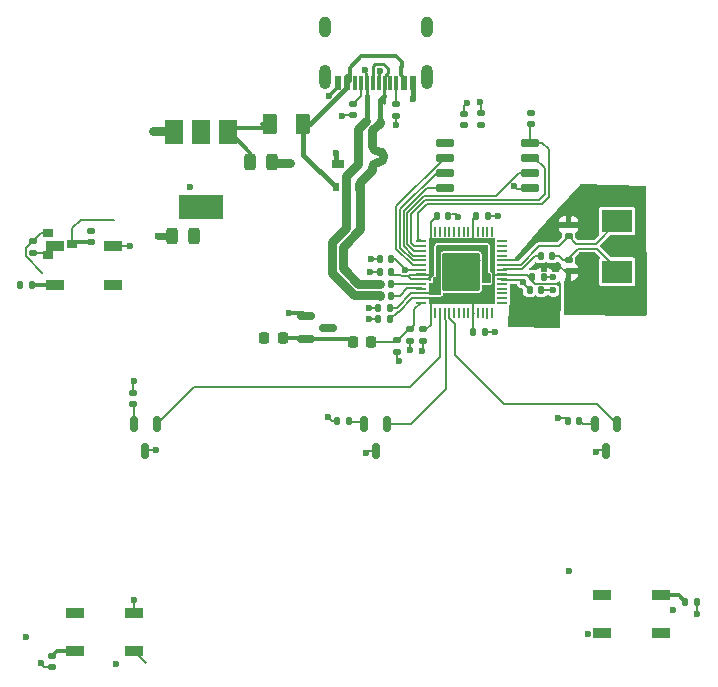
<source format=gbr>
G04 #@! TF.GenerationSoftware,KiCad,Pcbnew,(7.0.0-0)*
G04 #@! TF.CreationDate,2023-03-03T19:29:23-06:00*
G04 #@! TF.ProjectId,RP2040_minimal,52503230-3430-45f6-9d69-6e696d616c2e,REV1*
G04 #@! TF.SameCoordinates,Original*
G04 #@! TF.FileFunction,Copper,L2,Bot*
G04 #@! TF.FilePolarity,Positive*
%FSLAX46Y46*%
G04 Gerber Fmt 4.6, Leading zero omitted, Abs format (unit mm)*
G04 Created by KiCad (PCBNEW (7.0.0-0)) date 2023-03-03 19:29:23*
%MOMM*%
%LPD*%
G01*
G04 APERTURE LIST*
G04 Aperture macros list*
%AMRoundRect*
0 Rectangle with rounded corners*
0 $1 Rounding radius*
0 $2 $3 $4 $5 $6 $7 $8 $9 X,Y pos of 4 corners*
0 Add a 4 corners polygon primitive as box body*
4,1,4,$2,$3,$4,$5,$6,$7,$8,$9,$2,$3,0*
0 Add four circle primitives for the rounded corners*
1,1,$1+$1,$2,$3*
1,1,$1+$1,$4,$5*
1,1,$1+$1,$6,$7*
1,1,$1+$1,$8,$9*
0 Add four rect primitives between the rounded corners*
20,1,$1+$1,$2,$3,$4,$5,0*
20,1,$1+$1,$4,$5,$6,$7,0*
20,1,$1+$1,$6,$7,$8,$9,0*
20,1,$1+$1,$8,$9,$2,$3,0*%
G04 Aperture macros list end*
G04 #@! TA.AperFunction,SMDPad,CuDef*
%ADD10R,1.500000X0.900000*%
G04 #@! TD*
G04 #@! TA.AperFunction,SMDPad,CuDef*
%ADD11RoundRect,0.140000X0.140000X0.170000X-0.140000X0.170000X-0.140000X-0.170000X0.140000X-0.170000X0*%
G04 #@! TD*
G04 #@! TA.AperFunction,SMDPad,CuDef*
%ADD12RoundRect,0.243750X0.243750X0.456250X-0.243750X0.456250X-0.243750X-0.456250X0.243750X-0.456250X0*%
G04 #@! TD*
G04 #@! TA.AperFunction,SMDPad,CuDef*
%ADD13RoundRect,0.147500X0.147500X0.172500X-0.147500X0.172500X-0.147500X-0.172500X0.147500X-0.172500X0*%
G04 #@! TD*
G04 #@! TA.AperFunction,SMDPad,CuDef*
%ADD14RoundRect,0.147500X-0.147500X-0.172500X0.147500X-0.172500X0.147500X0.172500X-0.147500X0.172500X0*%
G04 #@! TD*
G04 #@! TA.AperFunction,SMDPad,CuDef*
%ADD15R,1.500000X2.000000*%
G04 #@! TD*
G04 #@! TA.AperFunction,SMDPad,CuDef*
%ADD16R,3.800000X2.000000*%
G04 #@! TD*
G04 #@! TA.AperFunction,SMDPad,CuDef*
%ADD17RoundRect,0.150000X0.650000X0.150000X-0.650000X0.150000X-0.650000X-0.150000X0.650000X-0.150000X0*%
G04 #@! TD*
G04 #@! TA.AperFunction,SMDPad,CuDef*
%ADD18RoundRect,0.147500X-0.172500X0.147500X-0.172500X-0.147500X0.172500X-0.147500X0.172500X0.147500X0*%
G04 #@! TD*
G04 #@! TA.AperFunction,SMDPad,CuDef*
%ADD19RoundRect,0.243750X-0.243750X-0.456250X0.243750X-0.456250X0.243750X0.456250X-0.243750X0.456250X0*%
G04 #@! TD*
G04 #@! TA.AperFunction,SMDPad,CuDef*
%ADD20RoundRect,0.147500X0.172500X-0.147500X0.172500X0.147500X-0.172500X0.147500X-0.172500X-0.147500X0*%
G04 #@! TD*
G04 #@! TA.AperFunction,SMDPad,CuDef*
%ADD21RoundRect,0.050000X-0.050000X0.387500X-0.050000X-0.387500X0.050000X-0.387500X0.050000X0.387500X0*%
G04 #@! TD*
G04 #@! TA.AperFunction,SMDPad,CuDef*
%ADD22RoundRect,0.050000X-0.387500X0.050000X-0.387500X-0.050000X0.387500X-0.050000X0.387500X0.050000X0*%
G04 #@! TD*
G04 #@! TA.AperFunction,ComponentPad*
%ADD23C,0.600000*%
G04 #@! TD*
G04 #@! TA.AperFunction,SMDPad,CuDef*
%ADD24RoundRect,0.144000X-1.456000X1.456000X-1.456000X-1.456000X1.456000X-1.456000X1.456000X1.456000X0*%
G04 #@! TD*
G04 #@! TA.AperFunction,SMDPad,CuDef*
%ADD25R,2.600000X1.900000*%
G04 #@! TD*
G04 #@! TA.AperFunction,SMDPad,CuDef*
%ADD26RoundRect,0.140000X-0.170000X0.140000X-0.170000X-0.140000X0.170000X-0.140000X0.170000X0.140000X0*%
G04 #@! TD*
G04 #@! TA.AperFunction,SMDPad,CuDef*
%ADD27R,1.501140X0.899160*%
G04 #@! TD*
G04 #@! TA.AperFunction,SMDPad,CuDef*
%ADD28RoundRect,0.225000X-0.225000X-0.250000X0.225000X-0.250000X0.225000X0.250000X-0.225000X0.250000X0*%
G04 #@! TD*
G04 #@! TA.AperFunction,SMDPad,CuDef*
%ADD29RoundRect,0.150000X-0.150000X0.512500X-0.150000X-0.512500X0.150000X-0.512500X0.150000X0.512500X0*%
G04 #@! TD*
G04 #@! TA.AperFunction,SMDPad,CuDef*
%ADD30R,0.900000X0.800000*%
G04 #@! TD*
G04 #@! TA.AperFunction,SMDPad,CuDef*
%ADD31R,0.600000X1.150000*%
G04 #@! TD*
G04 #@! TA.AperFunction,SMDPad,CuDef*
%ADD32R,0.300000X1.150000*%
G04 #@! TD*
G04 #@! TA.AperFunction,ComponentPad*
%ADD33O,1.000000X1.800000*%
G04 #@! TD*
G04 #@! TA.AperFunction,ComponentPad*
%ADD34O,1.000000X2.100000*%
G04 #@! TD*
G04 #@! TA.AperFunction,SMDPad,CuDef*
%ADD35R,0.600000X0.700000*%
G04 #@! TD*
G04 #@! TA.AperFunction,SMDPad,CuDef*
%ADD36R,1.000000X0.700000*%
G04 #@! TD*
G04 #@! TA.AperFunction,SMDPad,CuDef*
%ADD37RoundRect,0.150000X-0.587500X-0.150000X0.587500X-0.150000X0.587500X0.150000X-0.587500X0.150000X0*%
G04 #@! TD*
G04 #@! TA.AperFunction,SMDPad,CuDef*
%ADD38RoundRect,0.140000X-0.140000X-0.170000X0.140000X-0.170000X0.140000X0.170000X-0.140000X0.170000X0*%
G04 #@! TD*
G04 #@! TA.AperFunction,SMDPad,CuDef*
%ADD39RoundRect,0.140000X0.170000X-0.140000X0.170000X0.140000X-0.170000X0.140000X-0.170000X-0.140000X0*%
G04 #@! TD*
G04 #@! TA.AperFunction,SMDPad,CuDef*
%ADD40RoundRect,0.250000X0.375000X0.625000X-0.375000X0.625000X-0.375000X-0.625000X0.375000X-0.625000X0*%
G04 #@! TD*
G04 #@! TA.AperFunction,ViaPad*
%ADD41C,0.600000*%
G04 #@! TD*
G04 #@! TA.AperFunction,Conductor*
%ADD42C,0.200000*%
G04 #@! TD*
G04 #@! TA.AperFunction,Conductor*
%ADD43C,0.300000*%
G04 #@! TD*
G04 #@! TA.AperFunction,Conductor*
%ADD44C,0.150000*%
G04 #@! TD*
G04 #@! TA.AperFunction,Conductor*
%ADD45C,0.400000*%
G04 #@! TD*
G04 #@! TA.AperFunction,Conductor*
%ADD46C,0.398780*%
G04 #@! TD*
G04 #@! TA.AperFunction,Conductor*
%ADD47C,0.600000*%
G04 #@! TD*
G04 #@! TA.AperFunction,Conductor*
%ADD48C,0.250000*%
G04 #@! TD*
G04 #@! TA.AperFunction,Conductor*
%ADD49C,0.800000*%
G04 #@! TD*
G04 APERTURE END LIST*
D10*
X72819999Y-87079999D03*
X72819999Y-83779999D03*
X77719999Y-83779999D03*
X77719999Y-87079999D03*
D11*
X70880000Y-87040000D03*
X69920000Y-87040000D03*
D12*
X82762500Y-82890000D03*
X84637500Y-82890000D03*
D13*
X101207500Y-89970000D03*
X100237500Y-89970000D03*
X101207500Y-88970000D03*
X100237500Y-88970000D03*
D14*
X108277500Y-91017500D03*
X109247500Y-91017500D03*
D15*
X87509999Y-74129999D03*
D16*
X85209999Y-80429999D03*
D15*
X85209999Y-74129999D03*
X82909999Y-74129999D03*
D17*
X105890000Y-74995000D03*
X105890000Y-76265000D03*
X105890000Y-77535000D03*
X105890000Y-78805000D03*
X113090000Y-78805000D03*
X113090000Y-77535000D03*
X113090000Y-76265000D03*
X113090000Y-74995000D03*
D18*
X116325019Y-85908500D03*
X116325019Y-84938500D03*
D13*
X101322500Y-85937500D03*
X100352500Y-85937500D03*
D14*
X105155000Y-81250000D03*
X106125000Y-81250000D03*
X113272500Y-86383500D03*
X114242500Y-86383500D03*
X100351624Y-86955000D03*
X101321624Y-86955000D03*
X113032500Y-87490000D03*
X114002500Y-87490000D03*
D19*
X91257500Y-76670000D03*
X89382500Y-76670000D03*
D14*
X108505000Y-81220000D03*
X109475000Y-81220000D03*
D20*
X108880000Y-72525000D03*
X108880000Y-73495000D03*
D21*
X104647500Y-82530000D03*
X105047500Y-82530000D03*
X105447500Y-82530000D03*
X105847500Y-82530000D03*
X106247500Y-82530000D03*
X106647500Y-82530000D03*
X107047500Y-82530000D03*
X107447500Y-82530000D03*
X107847500Y-82530000D03*
X108247500Y-82530000D03*
X108647500Y-82530000D03*
X109047500Y-82530000D03*
X109447500Y-82530000D03*
X109847500Y-82530000D03*
D22*
X110685000Y-83367500D03*
X110685000Y-83767500D03*
X110685000Y-84167500D03*
X110685000Y-84567500D03*
X110685000Y-84967500D03*
X110685000Y-85367500D03*
X110685000Y-85767500D03*
X110685000Y-86167500D03*
X110685000Y-86567500D03*
X110685000Y-86967500D03*
X110685000Y-87367500D03*
X110685000Y-87767500D03*
X110685000Y-88167500D03*
X110685000Y-88567500D03*
D21*
X109847500Y-89405000D03*
X109447500Y-89405000D03*
X109047500Y-89405000D03*
X108647500Y-89405000D03*
X108247500Y-89405000D03*
X107847500Y-89405000D03*
X107447500Y-89405000D03*
X107047500Y-89405000D03*
X106647500Y-89405000D03*
X106247500Y-89405000D03*
X105847500Y-89405000D03*
X105447500Y-89405000D03*
X105047500Y-89405000D03*
X104647500Y-89405000D03*
D22*
X103810000Y-88567500D03*
X103810000Y-88167500D03*
X103810000Y-87767500D03*
X103810000Y-87367500D03*
X103810000Y-86967500D03*
X103810000Y-86567500D03*
X103810000Y-86167500D03*
X103810000Y-85767500D03*
X103810000Y-85367500D03*
X103810000Y-84967500D03*
X103810000Y-84567500D03*
X103810000Y-84167500D03*
X103810000Y-83767500D03*
X103810000Y-83367500D03*
D23*
X108522500Y-84692500D03*
X107247500Y-84692500D03*
X105972500Y-84692500D03*
X108522500Y-85967500D03*
X107247500Y-85967500D03*
D24*
X107247500Y-85967500D03*
D23*
X105972500Y-85967500D03*
X108522500Y-87242500D03*
X107247500Y-87242500D03*
X105972500Y-87242500D03*
D20*
X116325019Y-81968500D03*
X116325019Y-82938500D03*
D14*
X100351624Y-87955000D03*
X101321624Y-87955000D03*
D13*
X101332500Y-84857500D03*
X100362500Y-84857500D03*
D20*
X107460000Y-72545000D03*
X107460000Y-73515000D03*
D14*
X114925019Y-84638500D03*
X113955019Y-84638500D03*
D25*
X120441018Y-85929499D03*
X120441018Y-81629499D03*
D26*
X79480000Y-96190000D03*
X79480000Y-97150000D03*
X72589360Y-118469800D03*
X72589360Y-119429800D03*
D27*
X124174679Y-113339799D03*
X124174679Y-116540199D03*
X119175959Y-116540199D03*
X119175959Y-113339799D03*
D28*
X98092500Y-91881000D03*
X99642500Y-91881000D03*
D29*
X118550000Y-98862500D03*
X120450000Y-98862500D03*
X119500000Y-101137500D03*
D30*
X74279999Y-83579999D03*
X72279999Y-82629999D03*
X72279999Y-84529999D03*
D31*
X96799999Y-69989999D03*
X97599999Y-69989999D03*
D32*
X98749999Y-69989999D03*
X99749999Y-69989999D03*
X100249999Y-69989999D03*
X101249999Y-69989999D03*
D31*
X102399999Y-69989999D03*
X103199999Y-69989999D03*
X103199999Y-69989999D03*
X102399999Y-69989999D03*
D32*
X101749999Y-69989999D03*
X100749999Y-69989999D03*
X99249999Y-69989999D03*
X98249999Y-69989999D03*
D31*
X97599999Y-69989999D03*
X96799999Y-69989999D03*
D33*
X95679999Y-65234999D03*
D34*
X95679999Y-69414999D03*
D33*
X104319999Y-65234999D03*
D34*
X104319999Y-69414999D03*
D28*
X90562500Y-91541000D03*
X92112500Y-91541000D03*
D35*
X96609999Y-78794999D03*
X98509999Y-78794999D03*
X98509999Y-76794999D03*
D36*
X96809999Y-76794999D03*
D29*
X99050000Y-98862500D03*
X100950000Y-98862500D03*
X100000000Y-101137500D03*
D37*
X94090000Y-91625000D03*
X94090000Y-89725000D03*
X95965000Y-90675000D03*
D26*
X98080000Y-71740000D03*
X98080000Y-72700000D03*
X75910000Y-83420000D03*
X75910000Y-82460000D03*
D18*
X101820000Y-91725000D03*
X101820000Y-92695000D03*
D29*
X79550000Y-98862500D03*
X81450000Y-98862500D03*
X80500000Y-101137500D03*
D18*
X103970000Y-90815000D03*
X103970000Y-91785000D03*
X102910000Y-90825000D03*
X102910000Y-91795000D03*
D38*
X126229320Y-113920000D03*
X127189320Y-113920000D03*
X96760000Y-98580000D03*
X97720000Y-98580000D03*
D26*
X101740000Y-71760000D03*
X101740000Y-72720000D03*
D38*
X116280000Y-98580000D03*
X117240000Y-98580000D03*
D39*
X70980000Y-83350000D03*
X70980000Y-84310000D03*
D27*
X74539999Y-118019999D03*
X74539999Y-114819599D03*
X79538719Y-114819599D03*
X79538719Y-118019999D03*
D26*
X113130000Y-73420000D03*
X113130000Y-72460000D03*
D40*
X91080000Y-73400000D03*
X93880000Y-73400000D03*
D41*
X79160000Y-83780000D03*
X84270000Y-78750000D03*
X115424519Y-85494000D03*
X120225019Y-83828500D03*
X117810019Y-85066000D03*
X121735019Y-79676000D03*
X118495019Y-79716000D03*
X118825019Y-88528500D03*
X106980000Y-81280000D03*
X70359360Y-116839800D03*
X92697500Y-89461000D03*
X71659360Y-119089800D03*
X111748378Y-78658378D03*
X110090000Y-91005000D03*
X114154519Y-83017500D03*
X102890000Y-92590000D03*
X110370000Y-81230000D03*
X81420000Y-101050000D03*
X125205320Y-114614000D03*
X99407500Y-89970000D03*
X99180000Y-101290000D03*
X107750000Y-71640000D03*
X78039360Y-119169800D03*
X116313519Y-86700500D03*
X115054490Y-86383494D03*
X96680000Y-75900000D03*
X101750000Y-73550000D03*
X121925019Y-88528500D03*
X115450000Y-98330000D03*
X127239320Y-114915000D03*
X99420000Y-88980000D03*
X79529360Y-113759800D03*
X81600000Y-82930000D03*
X95990000Y-98230000D03*
X79520000Y-95210000D03*
X103960000Y-92640000D03*
X117985320Y-116570000D03*
X92765000Y-76700000D03*
X116325019Y-81112500D03*
X103190000Y-71270000D03*
X118630000Y-101237500D03*
X99547500Y-85917500D03*
X116380000Y-111285000D03*
X97190000Y-72710000D03*
X96040000Y-71090000D03*
X99567500Y-84857500D03*
X115054504Y-87502500D03*
X81140000Y-74000000D03*
X101952500Y-93470000D03*
X117760019Y-82766000D03*
X108870000Y-71570000D03*
X102447494Y-85767500D03*
X105147500Y-86657500D03*
X112472500Y-86802500D03*
X109357500Y-86605000D03*
X99130000Y-68870000D03*
X100355500Y-68925878D03*
D42*
X79160000Y-83780000D02*
X79170000Y-83780000D01*
X77720000Y-83780000D02*
X79160000Y-83780000D01*
D43*
X72820000Y-87080000D02*
X70920000Y-87080000D01*
X70920000Y-87080000D02*
X70880000Y-87040000D01*
D44*
X79529360Y-113759800D02*
X79538720Y-113769160D01*
X79538720Y-113769160D02*
X79538720Y-114819600D01*
D42*
X106247500Y-89405000D02*
X106247500Y-89866764D01*
X106710000Y-92990000D02*
X110860000Y-97140000D01*
X106710000Y-90329264D02*
X106710000Y-92990000D01*
X110860000Y-97140000D02*
X118727500Y-97140000D01*
X106247500Y-89866764D02*
X106710000Y-90329264D01*
X118727500Y-97140000D02*
X120450000Y-98862500D01*
D45*
X93880000Y-73400000D02*
X93880000Y-76065000D01*
X93880000Y-76065000D02*
X96610000Y-78795000D01*
D42*
X98750000Y-69990000D02*
X98750000Y-71070000D01*
X98750000Y-71070000D02*
X98080000Y-71740000D01*
D45*
X97600000Y-70230000D02*
X97600000Y-70260000D01*
X97600000Y-70260000D02*
X94460000Y-73400000D01*
X94460000Y-73400000D02*
X93880000Y-73400000D01*
D46*
X97600000Y-69390000D02*
X97600000Y-70230000D01*
D47*
X81600000Y-82930000D02*
X82722500Y-82930000D01*
X82722500Y-82930000D02*
X82762500Y-82890000D01*
D42*
X105447500Y-89405000D02*
X105450000Y-89407500D01*
X105450000Y-89407500D02*
X105450000Y-93140000D01*
X105450000Y-93140000D02*
X102920000Y-95670000D01*
X102920000Y-95670000D02*
X84642500Y-95670000D01*
X84642500Y-95670000D02*
X81450000Y-98862500D01*
X105847500Y-89405000D02*
X105847500Y-89961739D01*
X105847500Y-89961739D02*
X105980000Y-90094239D01*
X105980000Y-90094239D02*
X105980000Y-95860000D01*
X105980000Y-95860000D02*
X102977500Y-98862500D01*
X102977500Y-98862500D02*
X100950000Y-98862500D01*
D45*
X99255000Y-73065000D02*
X99240000Y-73050000D01*
X99240000Y-73050000D02*
X99240000Y-71060625D01*
X100365000Y-71425000D02*
X100740000Y-71050000D01*
X100740000Y-71050000D02*
X100740000Y-71020625D01*
X100365000Y-73135000D02*
X100365000Y-71425000D01*
D48*
X100740000Y-71620625D02*
X100740000Y-70219375D01*
X99240000Y-71660625D02*
X99240000Y-70259375D01*
D49*
X100175000Y-76675000D02*
G75*
G03*
X99700000Y-77150000I0J-475000D01*
G01*
X98700000Y-82341750D02*
X98700000Y-78355000D01*
X99700000Y-74378705D02*
X99700000Y-73973502D01*
X100225000Y-76675000D02*
G75*
G03*
X100700000Y-76200000I0J475000D01*
G01*
X99700000Y-75250000D02*
G75*
G03*
X100175000Y-75725000I475000J0D01*
G01*
X100700000Y-76200000D02*
G75*
G03*
X100225000Y-75725000I-475000J0D01*
G01*
X98534504Y-86955000D02*
X97220000Y-85640496D01*
X97220000Y-85640496D02*
X97220000Y-83821750D01*
X99700000Y-75250000D02*
X99700000Y-74378705D01*
X99700000Y-77355000D02*
X99700000Y-77150000D01*
X100175000Y-76675000D02*
X100225000Y-76675000D01*
X97220000Y-83821750D02*
X98700000Y-82341750D01*
X100351624Y-86955000D02*
X98534504Y-86955000D01*
X98700000Y-78355000D02*
X99700000Y-77355000D01*
X100225000Y-75725000D02*
X100175000Y-75725000D01*
X99700000Y-73973502D02*
X100340000Y-73333502D01*
X100340000Y-73333502D02*
X100340000Y-73230000D01*
X98510000Y-73820000D02*
X99180000Y-73150000D01*
X98510000Y-76795000D02*
X98510000Y-73820000D01*
X100326624Y-87930000D02*
X98166000Y-87930000D01*
X96270000Y-86034000D02*
X96270000Y-83428248D01*
X97460000Y-82238248D02*
X97460000Y-77845000D01*
X98166000Y-87930000D02*
X96270000Y-86034000D01*
X100351624Y-87955000D02*
X100326624Y-87930000D01*
X96270000Y-83428248D02*
X97460000Y-82238248D01*
X97460000Y-77845000D02*
X98510000Y-76795000D01*
D42*
X111992500Y-78902500D02*
X112707500Y-78902500D01*
X111748378Y-78658378D02*
X111992500Y-78902500D01*
D44*
X107750000Y-71640000D02*
X107485000Y-71905000D01*
X107485000Y-71905000D02*
X107485000Y-72440000D01*
X113090000Y-74995000D02*
X113090000Y-73460000D01*
X113090000Y-73460000D02*
X113130000Y-73420000D01*
X103810000Y-83367500D02*
X103590000Y-83147500D01*
X103590000Y-83147500D02*
X103590000Y-80937537D01*
X103590000Y-80937537D02*
X104357537Y-80170000D01*
X114100000Y-80170000D02*
X114640000Y-79630000D01*
X104357537Y-80170000D02*
X114100000Y-80170000D01*
X114640000Y-79630000D02*
X114640000Y-75550000D01*
X114640000Y-75550000D02*
X114085000Y-74995000D01*
X114085000Y-74995000D02*
X112940000Y-74995000D01*
X103810000Y-83767500D02*
X103257500Y-83767500D01*
X103257500Y-83767500D02*
X102990000Y-83500000D01*
X102990000Y-83500000D02*
X102990000Y-81045406D01*
X102990000Y-81045406D02*
X104165406Y-79870000D01*
X104165406Y-79870000D02*
X113800000Y-79870000D01*
X113800000Y-79870000D02*
X114340000Y-79330000D01*
X114340000Y-79330000D02*
X114340000Y-77190000D01*
X114340000Y-77190000D02*
X113415000Y-76265000D01*
X113415000Y-76265000D02*
X113090000Y-76265000D01*
X103810000Y-84167500D02*
X103233236Y-84167500D01*
X103233236Y-84167500D02*
X102690000Y-83624264D01*
X102690000Y-83624264D02*
X102690000Y-80921142D01*
X102690000Y-80921142D02*
X104091142Y-79520000D01*
X104091142Y-79520000D02*
X110144293Y-79520000D01*
X110144293Y-79520000D02*
X112129293Y-77535000D01*
X112129293Y-77535000D02*
X113090000Y-77535000D01*
D42*
X108880000Y-71580000D02*
X108880000Y-72445000D01*
D45*
X96680000Y-75900000D02*
X96680000Y-76775000D01*
X96680000Y-76775000D02*
X96720000Y-76815000D01*
D44*
X103810000Y-85367500D02*
X103138972Y-85367500D01*
X101760000Y-83988528D02*
X101760000Y-80334670D01*
X103138972Y-85367500D02*
X101760000Y-83988528D01*
X101760000Y-80334670D02*
X105829670Y-76265000D01*
X105829670Y-76265000D02*
X105890000Y-76265000D01*
X103810000Y-84967500D02*
X103163236Y-84967500D01*
X102090000Y-83894264D02*
X102090000Y-80620000D01*
X103163236Y-84967500D02*
X102090000Y-83894264D01*
X102090000Y-80620000D02*
X105175000Y-77535000D01*
X105175000Y-77535000D02*
X105890000Y-77535000D01*
X103810000Y-84567500D02*
X103187500Y-84567500D01*
X103187500Y-84567500D02*
X102390000Y-83770000D01*
X104381878Y-78805000D02*
X105890000Y-78805000D01*
X102390000Y-83770000D02*
X102390000Y-80796878D01*
X102390000Y-80796878D02*
X104381878Y-78805000D01*
X70400000Y-84641472D02*
X71770000Y-86011472D01*
X111979519Y-84938500D02*
X113900519Y-83017500D01*
D42*
X101760000Y-73550000D02*
X101760000Y-72710000D01*
X100342500Y-84837500D02*
X99587500Y-84837500D01*
D49*
X81140000Y-74000000D02*
X81265000Y-74020000D01*
D44*
X127239320Y-114915000D02*
X127239320Y-113945000D01*
D42*
X118832500Y-101035000D02*
X118630000Y-101237500D01*
X103970000Y-92630000D02*
X103970000Y-91785000D01*
D44*
X110762519Y-84938500D02*
X111979519Y-84938500D01*
X116325019Y-85908500D02*
X116005019Y-85908500D01*
X110090000Y-91005000D02*
X109260000Y-91005000D01*
X101820000Y-93337500D02*
X101952500Y-93470000D01*
D42*
X79490000Y-95240000D02*
X79490000Y-96237500D01*
D44*
X97200000Y-72700000D02*
X97190000Y-72710000D01*
X99332500Y-101137500D02*
X99180000Y-101290000D01*
D42*
X98080000Y-72700000D02*
X97200000Y-72700000D01*
D45*
X103190000Y-71270000D02*
X103200000Y-71260000D01*
D42*
X99430000Y-88970000D02*
X100237500Y-88970000D01*
D44*
X101820000Y-92695000D02*
X101820000Y-93337500D01*
D42*
X115450000Y-98330000D02*
X116030000Y-98330000D01*
X99547500Y-85917500D02*
X100355000Y-85917500D01*
D44*
X108797500Y-84967500D02*
X108522500Y-84692500D01*
D42*
X100362500Y-84857500D02*
X100342500Y-84837500D01*
D44*
X81420000Y-101050000D02*
X80495000Y-101050000D01*
D49*
X81245000Y-74020000D02*
X81225000Y-74020000D01*
D42*
X114242500Y-86383500D02*
X115054484Y-86383500D01*
X71659360Y-119089800D02*
X71939360Y-119369800D01*
X100237500Y-89970000D02*
X99407500Y-89970000D01*
D44*
X109260000Y-91005000D02*
X109247500Y-91017500D01*
X116005019Y-85908500D02*
X115590519Y-85494000D01*
X116325019Y-86689000D02*
X116313519Y-86700500D01*
X106980000Y-81280000D02*
X106780000Y-81080000D01*
D42*
X115054484Y-86383500D02*
X115054490Y-86383494D01*
D44*
X116325019Y-85908500D02*
X116325019Y-86689000D01*
D42*
X119480000Y-101035000D02*
X118832500Y-101035000D01*
X96340000Y-98580000D02*
X96760000Y-98580000D01*
X109557500Y-81230000D02*
X109332500Y-81005000D01*
X116325019Y-81968500D02*
X116325019Y-81112500D01*
X114242500Y-87502500D02*
X115054504Y-87502500D01*
D44*
X100000000Y-101137500D02*
X99332500Y-101137500D01*
D43*
X92697500Y-89461000D02*
X93853500Y-89461000D01*
D42*
X71939360Y-119369800D02*
X72466860Y-119369800D01*
D49*
X91475000Y-76700000D02*
X92765000Y-76700000D01*
D43*
X93853500Y-89461000D02*
X94017500Y-89625000D01*
D44*
X106780000Y-81080000D02*
X106425000Y-81080000D01*
X80495000Y-101050000D02*
X80480000Y-101035000D01*
D45*
X103200000Y-71260000D02*
X103200000Y-69990000D01*
D42*
X95990000Y-98230000D02*
X96340000Y-98580000D01*
X110370000Y-81230000D02*
X109557500Y-81230000D01*
X102910000Y-91795000D02*
X102890000Y-92590000D01*
X99420000Y-88980000D02*
X99430000Y-88970000D01*
D44*
X101952500Y-93470000D02*
X101830000Y-93470000D01*
X116030000Y-98330000D02*
X116280000Y-98580000D01*
D49*
X81225000Y-74020000D02*
X81140000Y-74000000D01*
D44*
X115590519Y-85494000D02*
X115424519Y-85494000D01*
D49*
X81265000Y-74020000D02*
X82535000Y-74020000D01*
D43*
X96040000Y-71090000D02*
X96680000Y-70450000D01*
D44*
X113900519Y-83017500D02*
X114154519Y-83017500D01*
D43*
X101713750Y-67690000D02*
X102200000Y-68176250D01*
D49*
X93900000Y-73320000D02*
X93900000Y-73260000D01*
D43*
X97785000Y-69805000D02*
X97785000Y-69265305D01*
X102165000Y-69266250D02*
X102435000Y-69536250D01*
X102200000Y-68579695D02*
X102165000Y-68614695D01*
D44*
X102435000Y-69536250D02*
X102435000Y-69946250D01*
D43*
X97835000Y-69215305D02*
X97835000Y-68645000D01*
X102200000Y-68176250D02*
X102200000Y-68579695D01*
X97835000Y-68645000D02*
X98790000Y-67690000D01*
X98790000Y-67690000D02*
X101713750Y-67690000D01*
X102165000Y-68614695D02*
X102165000Y-69266250D01*
X97785000Y-69265305D02*
X97835000Y-69215305D01*
D42*
X97785000Y-69805000D02*
X97600000Y-69990000D01*
D44*
X110762519Y-85338500D02*
X112262880Y-85338500D01*
X113862880Y-83738500D02*
X115525019Y-83738500D01*
X112262880Y-85338500D02*
X113862880Y-83738500D01*
X116325019Y-82938500D02*
X116975519Y-83589000D01*
X120441019Y-81764963D02*
X120441019Y-81629500D01*
X115525019Y-83738500D02*
X116325019Y-82938500D01*
X116975519Y-83589000D02*
X118616982Y-83589000D01*
X118616982Y-83589000D02*
X120441019Y-81764963D01*
X112425019Y-85738500D02*
X113525019Y-84638500D01*
X110762519Y-85738500D02*
X112425019Y-85738500D01*
X113525019Y-84638500D02*
X113955019Y-84638500D01*
D42*
X102757499Y-86320001D02*
X102222177Y-86320001D01*
X102099676Y-86197500D02*
X101582500Y-86197500D01*
X98767500Y-98580000D02*
X99050000Y-98862500D01*
X104647500Y-89405000D02*
X104647500Y-90432500D01*
X104265000Y-90815000D02*
X103970000Y-90815000D01*
X118267500Y-98580000D02*
X118550000Y-98862500D01*
X103770000Y-86170000D02*
X104607500Y-86170000D01*
X104647500Y-81757500D02*
X105155000Y-81250000D01*
X115579504Y-87099004D02*
X115579504Y-88120496D01*
X70980000Y-84310000D02*
X72060000Y-84310000D01*
X108277500Y-91017500D02*
X108277500Y-89435000D01*
X103102474Y-88170000D02*
X104600000Y-88170000D01*
X101207500Y-89970000D02*
X101857500Y-89320000D01*
X113524000Y-86955000D02*
X115435500Y-86955000D01*
X104600000Y-88170000D02*
X104647500Y-88217500D01*
X101582500Y-86197500D02*
X101322500Y-85937500D01*
X103770000Y-86570000D02*
X104407500Y-86570000D01*
X72060000Y-84310000D02*
X72280000Y-84530000D01*
X117522500Y-98862500D02*
X117240000Y-98580000D01*
X115435500Y-86955000D02*
X115579504Y-87099004D01*
X115579504Y-88120496D02*
X115460000Y-88240000D01*
X102907500Y-86170000D02*
X103770000Y-86170000D01*
X113272500Y-86703500D02*
X113524000Y-86955000D01*
X112778000Y-86202500D02*
X112959000Y-86383500D01*
X108505000Y-81220000D02*
X108247500Y-81477500D01*
X104647500Y-83195000D02*
X104657500Y-83205000D01*
X108277500Y-89435000D02*
X108247500Y-89405000D01*
X79550000Y-98862500D02*
X79550000Y-97220000D01*
X108362500Y-81005000D02*
X108505000Y-81147500D01*
X79550000Y-97220000D02*
X79480000Y-97150000D01*
X108247500Y-81477500D02*
X108247500Y-82530000D01*
X104647500Y-82530000D02*
X104647500Y-81757500D01*
X101952475Y-89320000D02*
X103102474Y-88170000D01*
X108247500Y-89405000D02*
X108247500Y-88420000D01*
X104647500Y-90432500D02*
X104265000Y-90815000D01*
X118550000Y-98862500D02*
X117522500Y-98862500D01*
X103770000Y-86570000D02*
X103007498Y-86570000D01*
X102757499Y-86320001D02*
X102907500Y-86170000D01*
X112959000Y-86383500D02*
X113272500Y-86383500D01*
X108505000Y-81220000D02*
X108505000Y-81185000D01*
X101857500Y-89320000D02*
X101952475Y-89320000D01*
X108247500Y-83270000D02*
X108257500Y-83280000D01*
X102222177Y-86320001D02*
X102099676Y-86197500D01*
X104647500Y-88217500D02*
X104647500Y-89405000D01*
X108505000Y-81147500D02*
X108505000Y-81220000D01*
X98813750Y-98680000D02*
X97786250Y-98680000D01*
X110710000Y-86202500D02*
X110072500Y-86202500D01*
X110710000Y-86202500D02*
X112778000Y-86202500D01*
X108247500Y-88420000D02*
X108232500Y-88405000D01*
X103007498Y-86570000D02*
X102757499Y-86320001D01*
X104407500Y-86570000D02*
X104607500Y-86370000D01*
X113272500Y-86383500D02*
X113272500Y-86703500D01*
X108247500Y-82530000D02*
X108247500Y-83270000D01*
X108307500Y-89465000D02*
X108247500Y-89405000D01*
X104647500Y-82530000D02*
X104647500Y-83195000D01*
X103810000Y-85767500D02*
X102447494Y-85767500D01*
D44*
X105147500Y-86657500D02*
X105147500Y-86467500D01*
D42*
X102447494Y-85687494D02*
X102447494Y-85767500D01*
X103007500Y-87770000D02*
X101807500Y-88970000D01*
X103770000Y-87770000D02*
X103007500Y-87770000D01*
X101807500Y-88970000D02*
X101207500Y-88970000D01*
X103770000Y-87770000D02*
X104607500Y-87770000D01*
X101332500Y-84857500D02*
X101617500Y-84857500D01*
X112472500Y-86802500D02*
X112472500Y-86930000D01*
X112472500Y-86802500D02*
X112272500Y-86602500D01*
X112272500Y-86602500D02*
X110710000Y-86602500D01*
X112472500Y-86930000D02*
X113032500Y-87490000D01*
X101617500Y-84857500D02*
X102447494Y-85687494D01*
D48*
X100750000Y-69344551D02*
X100750000Y-69990000D01*
X99755000Y-68515000D02*
X99920000Y-68350000D01*
X100750000Y-69990000D02*
X100770000Y-69990000D01*
X101010000Y-69084551D02*
X100750000Y-69344551D01*
X99755000Y-69916250D02*
X99755000Y-68515000D01*
X101010000Y-68710000D02*
X101010000Y-69084551D01*
X99920000Y-68350000D02*
X100650000Y-68350000D01*
X100770000Y-69990000D02*
X100775000Y-69995000D01*
X100650000Y-68350000D02*
X101010000Y-68710000D01*
D42*
X99230000Y-70001250D02*
X99285000Y-69946250D01*
D44*
X100280000Y-69941250D02*
X100285000Y-69946250D01*
X99220000Y-69881250D02*
X99285000Y-69946250D01*
D48*
X100355500Y-68925878D02*
X100280000Y-69001378D01*
X100280000Y-69001378D02*
X100280000Y-69941250D01*
X99220000Y-69100000D02*
X99220000Y-69881250D01*
D44*
X109447500Y-89831409D02*
X109447500Y-89405000D01*
X116325019Y-84741000D02*
X117096019Y-83970000D01*
X114925019Y-84638500D02*
X115525019Y-84638500D01*
X115525019Y-84638500D02*
X115825019Y-84938500D01*
X118708982Y-83970000D02*
X120441019Y-85702037D01*
X120441019Y-85702037D02*
X120441019Y-85929500D01*
X115825019Y-84938500D02*
X116325019Y-84938500D01*
X116325019Y-84938500D02*
X116325019Y-84741000D01*
X117096019Y-83970000D02*
X118708982Y-83970000D01*
X119716310Y-113360000D02*
X119196160Y-113360000D01*
X75024200Y-81529800D02*
X74280000Y-82274000D01*
X77860640Y-81529800D02*
X75024200Y-81529800D01*
X75910000Y-83420000D02*
X75660000Y-83420000D01*
D43*
X74280000Y-83580000D02*
X74440000Y-83420000D01*
X74440000Y-83420000D02*
X75960000Y-83420000D01*
X75960000Y-83420000D02*
X75980000Y-83440000D01*
D44*
X119196160Y-113360000D02*
X119175960Y-113339800D01*
X74280000Y-82274000D02*
X74280000Y-83580000D01*
D43*
X87530000Y-73730000D02*
X89430000Y-73730000D01*
X126229320Y-113920000D02*
X125649120Y-113339800D01*
X90750000Y-73730000D02*
X91080000Y-73400000D01*
X89430000Y-73730000D02*
X90750000Y-73730000D01*
X73039160Y-118020000D02*
X74540000Y-118020000D01*
X89382500Y-75842500D02*
X89382500Y-76670000D01*
X90410000Y-73450000D02*
X90460000Y-73400000D01*
X125649120Y-113339800D02*
X124174680Y-113339800D01*
X87712500Y-74172500D02*
X89382500Y-75842500D01*
X90460000Y-73400000D02*
X91080000Y-73400000D01*
X72589360Y-118469800D02*
X73039160Y-118020000D01*
X97836500Y-91625000D02*
X98092500Y-91881000D01*
D42*
X92417500Y-91530000D02*
X92406500Y-91541000D01*
X92406500Y-91541000D02*
X92112500Y-91541000D01*
D43*
X92133500Y-91520000D02*
X93985000Y-91520000D01*
D42*
X93985000Y-91520000D02*
X94090000Y-91625000D01*
D43*
X92112500Y-91541000D02*
X92133500Y-91520000D01*
X94090000Y-91625000D02*
X97836500Y-91625000D01*
D42*
X103884124Y-86955000D02*
X101321624Y-86955000D01*
X102621624Y-87355000D02*
X102021624Y-87955000D01*
X102021624Y-87955000D02*
X101321624Y-87955000D01*
X103884124Y-87355000D02*
X102621624Y-87355000D01*
X106237500Y-89415000D02*
X106247500Y-89405000D01*
D44*
X79538720Y-118020000D02*
X80578840Y-119060120D01*
D42*
X101900000Y-91725000D02*
X101820000Y-91725000D01*
X101645000Y-91900000D02*
X101820000Y-91725000D01*
X101725000Y-91820000D02*
X101820000Y-91725000D01*
X102800000Y-90825000D02*
X101900000Y-91725000D01*
X103270000Y-90465000D02*
X103270000Y-89107500D01*
X99835000Y-91900000D02*
X101645000Y-91900000D01*
D44*
X103130000Y-90695000D02*
X103020000Y-90695000D01*
D42*
X103270000Y-89107500D02*
X103810000Y-88567500D01*
X99642500Y-91881000D02*
X99752500Y-91771000D01*
X102910000Y-90825000D02*
X103270000Y-90465000D01*
X101740000Y-71760000D02*
X101750000Y-71750000D01*
X101750000Y-71750000D02*
X101750000Y-69990000D01*
D44*
X71700000Y-82630000D02*
X70980000Y-83350000D01*
X72280000Y-82630000D02*
X71700000Y-82630000D01*
X70400000Y-83930000D02*
X70400000Y-84641472D01*
X70980000Y-83350000D02*
X70400000Y-83930000D01*
G04 #@! TA.AperFunction,Conductor*
G36*
X104898474Y-83092472D02*
G01*
X104919269Y-83106367D01*
X104977752Y-83118000D01*
X105113608Y-83118000D01*
X105117248Y-83118000D01*
X105175731Y-83106367D01*
X105196525Y-83092472D01*
X105237639Y-83080000D01*
X105257361Y-83080000D01*
X105298474Y-83092472D01*
X105319269Y-83106367D01*
X105377752Y-83118000D01*
X105513608Y-83118000D01*
X105517248Y-83118000D01*
X105575731Y-83106367D01*
X105596525Y-83092472D01*
X105637639Y-83080000D01*
X105657361Y-83080000D01*
X105698474Y-83092472D01*
X105719269Y-83106367D01*
X105777752Y-83118000D01*
X105913608Y-83118000D01*
X105917248Y-83118000D01*
X105975731Y-83106367D01*
X105996525Y-83092472D01*
X106037639Y-83080000D01*
X106057361Y-83080000D01*
X106098474Y-83092472D01*
X106119269Y-83106367D01*
X106177752Y-83118000D01*
X106313608Y-83118000D01*
X106317248Y-83118000D01*
X106375731Y-83106367D01*
X106396525Y-83092472D01*
X106437639Y-83080000D01*
X106457361Y-83080000D01*
X106498474Y-83092472D01*
X106519269Y-83106367D01*
X106577752Y-83118000D01*
X106713608Y-83118000D01*
X106717248Y-83118000D01*
X106775731Y-83106367D01*
X106796525Y-83092472D01*
X106837639Y-83080000D01*
X106857361Y-83080000D01*
X106898474Y-83092472D01*
X106919269Y-83106367D01*
X106977752Y-83118000D01*
X107113608Y-83118000D01*
X107117248Y-83118000D01*
X107175731Y-83106367D01*
X107196525Y-83092472D01*
X107237639Y-83080000D01*
X107257361Y-83080000D01*
X107298474Y-83092472D01*
X107319269Y-83106367D01*
X107377752Y-83118000D01*
X107513608Y-83118000D01*
X107517248Y-83118000D01*
X107575731Y-83106367D01*
X107596525Y-83092472D01*
X107637639Y-83080000D01*
X107657361Y-83080000D01*
X107698474Y-83092472D01*
X107719269Y-83106367D01*
X107777752Y-83118000D01*
X107913608Y-83118000D01*
X107917248Y-83118000D01*
X107975731Y-83106367D01*
X107996525Y-83092472D01*
X108037639Y-83080000D01*
X108457361Y-83080000D01*
X108498474Y-83092472D01*
X108519269Y-83106367D01*
X108577752Y-83118000D01*
X108713608Y-83118000D01*
X108717248Y-83118000D01*
X108775731Y-83106367D01*
X108796525Y-83092472D01*
X108837639Y-83080000D01*
X108857361Y-83080000D01*
X108898474Y-83092472D01*
X108919269Y-83106367D01*
X108977752Y-83118000D01*
X109113608Y-83118000D01*
X109117248Y-83118000D01*
X109175731Y-83106367D01*
X109196525Y-83092472D01*
X109237639Y-83080000D01*
X109257361Y-83080000D01*
X109298474Y-83092472D01*
X109319269Y-83106367D01*
X109377752Y-83118000D01*
X109513608Y-83118000D01*
X109517248Y-83118000D01*
X109575731Y-83106367D01*
X109596525Y-83092472D01*
X109637639Y-83080000D01*
X109657361Y-83080000D01*
X109698474Y-83092472D01*
X109719269Y-83106367D01*
X109777752Y-83118000D01*
X109913608Y-83118000D01*
X109917248Y-83118000D01*
X109975731Y-83106367D01*
X109996525Y-83092472D01*
X110037639Y-83080000D01*
X110058500Y-83080000D01*
X110095500Y-83089914D01*
X110122586Y-83117000D01*
X110132500Y-83154000D01*
X110132500Y-83181102D01*
X110120029Y-83222214D01*
X110112683Y-83233206D01*
X110112680Y-83233210D01*
X110108633Y-83239269D01*
X110107211Y-83246417D01*
X110107210Y-83246420D01*
X110097710Y-83294181D01*
X110097000Y-83297752D01*
X110097000Y-83437248D01*
X110108633Y-83495731D01*
X110112682Y-83501790D01*
X110112683Y-83501793D01*
X110120029Y-83512786D01*
X110132500Y-83553898D01*
X110132500Y-83581102D01*
X110120029Y-83622214D01*
X110112683Y-83633206D01*
X110112680Y-83633210D01*
X110108633Y-83639269D01*
X110107211Y-83646417D01*
X110107210Y-83646420D01*
X110100713Y-83679086D01*
X110097000Y-83697752D01*
X110097000Y-83837248D01*
X110108633Y-83895731D01*
X110112682Y-83901790D01*
X110112683Y-83901793D01*
X110120029Y-83912786D01*
X110132500Y-83953898D01*
X110132500Y-83981102D01*
X110120029Y-84022214D01*
X110112683Y-84033206D01*
X110112680Y-84033210D01*
X110108633Y-84039269D01*
X110107211Y-84046417D01*
X110107210Y-84046420D01*
X110097710Y-84094181D01*
X110097000Y-84097752D01*
X110097000Y-84237248D01*
X110108633Y-84295731D01*
X110112682Y-84301790D01*
X110112683Y-84301793D01*
X110120029Y-84312786D01*
X110132500Y-84353898D01*
X110132500Y-84381102D01*
X110120029Y-84422214D01*
X110112683Y-84433206D01*
X110112680Y-84433210D01*
X110108633Y-84439269D01*
X110107211Y-84446417D01*
X110107210Y-84446420D01*
X110097710Y-84494181D01*
X110097000Y-84497752D01*
X110097000Y-84637248D01*
X110108633Y-84695731D01*
X110112682Y-84701790D01*
X110112683Y-84701793D01*
X110120029Y-84712786D01*
X110132500Y-84753898D01*
X110132500Y-84781102D01*
X110120029Y-84822214D01*
X110112683Y-84833206D01*
X110112680Y-84833210D01*
X110108633Y-84839269D01*
X110107211Y-84846417D01*
X110107210Y-84846420D01*
X110097710Y-84894181D01*
X110097000Y-84897752D01*
X110097000Y-85037248D01*
X110108633Y-85095731D01*
X110112682Y-85101790D01*
X110112683Y-85101793D01*
X110120029Y-85112786D01*
X110132500Y-85153898D01*
X110132500Y-85181102D01*
X110120029Y-85222214D01*
X110112683Y-85233206D01*
X110112680Y-85233210D01*
X110108633Y-85239269D01*
X110107211Y-85246417D01*
X110107210Y-85246420D01*
X110097710Y-85294181D01*
X110097000Y-85297752D01*
X110097000Y-85437248D01*
X110097709Y-85440816D01*
X110097710Y-85440818D01*
X110106399Y-85484504D01*
X110108633Y-85495731D01*
X110112682Y-85501790D01*
X110112683Y-85501793D01*
X110120029Y-85512786D01*
X110132500Y-85553898D01*
X110132500Y-85581102D01*
X110120029Y-85622214D01*
X110112683Y-85633206D01*
X110112680Y-85633210D01*
X110108633Y-85639269D01*
X110107211Y-85646417D01*
X110107210Y-85646420D01*
X110097710Y-85694181D01*
X110097000Y-85697752D01*
X110097000Y-85837248D01*
X110108633Y-85895731D01*
X110112682Y-85901790D01*
X110112683Y-85901793D01*
X110120029Y-85912786D01*
X110132500Y-85953898D01*
X110132500Y-86381102D01*
X110120029Y-86422214D01*
X110112683Y-86433206D01*
X110112680Y-86433210D01*
X110108633Y-86439269D01*
X110107211Y-86446417D01*
X110107210Y-86446420D01*
X110097710Y-86494181D01*
X110097000Y-86497752D01*
X110097000Y-86637248D01*
X110097709Y-86640816D01*
X110097710Y-86640818D01*
X110106995Y-86687500D01*
X110108633Y-86695731D01*
X110112682Y-86701790D01*
X110112683Y-86701793D01*
X110120029Y-86712786D01*
X110132500Y-86753898D01*
X110132500Y-86781102D01*
X110120029Y-86822214D01*
X110112683Y-86833206D01*
X110112680Y-86833210D01*
X110108633Y-86839269D01*
X110107211Y-86846417D01*
X110107210Y-86846420D01*
X110097710Y-86894181D01*
X110097000Y-86897752D01*
X110097000Y-87037248D01*
X110097709Y-87040816D01*
X110097710Y-87040818D01*
X110100630Y-87055500D01*
X110108633Y-87095731D01*
X110112682Y-87101790D01*
X110112683Y-87101793D01*
X110120029Y-87112786D01*
X110132500Y-87153898D01*
X110132500Y-87181102D01*
X110120029Y-87222214D01*
X110112683Y-87233206D01*
X110112680Y-87233210D01*
X110108633Y-87239269D01*
X110107211Y-87246417D01*
X110107210Y-87246420D01*
X110097710Y-87294181D01*
X110097000Y-87297752D01*
X110097000Y-87437248D01*
X110108633Y-87495731D01*
X110112682Y-87501790D01*
X110112683Y-87501793D01*
X110120029Y-87512786D01*
X110132500Y-87553898D01*
X110132500Y-87581102D01*
X110120029Y-87622214D01*
X110112683Y-87633206D01*
X110112680Y-87633210D01*
X110108633Y-87639269D01*
X110107211Y-87646417D01*
X110107210Y-87646420D01*
X110103351Y-87665821D01*
X110097000Y-87697752D01*
X110097000Y-87837248D01*
X110097709Y-87840816D01*
X110097710Y-87840818D01*
X110106149Y-87883246D01*
X110108633Y-87895731D01*
X110112682Y-87901790D01*
X110112683Y-87901793D01*
X110120029Y-87912786D01*
X110132500Y-87953898D01*
X110132500Y-87981102D01*
X110120029Y-88022214D01*
X110112683Y-88033206D01*
X110112680Y-88033210D01*
X110108633Y-88039269D01*
X110107211Y-88046417D01*
X110107210Y-88046420D01*
X110102023Y-88072500D01*
X110097000Y-88097752D01*
X110097000Y-88237248D01*
X110108633Y-88295731D01*
X110112682Y-88301790D01*
X110112683Y-88301793D01*
X110120029Y-88312786D01*
X110132500Y-88353898D01*
X110132500Y-88381102D01*
X110120029Y-88422214D01*
X110112683Y-88433206D01*
X110112680Y-88433210D01*
X110108633Y-88439269D01*
X110107211Y-88446417D01*
X110107210Y-88446420D01*
X110097710Y-88494181D01*
X110097000Y-88497752D01*
X110097000Y-88501392D01*
X110097000Y-88606000D01*
X110087086Y-88643000D01*
X110060000Y-88670086D01*
X110023000Y-88680000D01*
X104606500Y-88680000D01*
X104569500Y-88670086D01*
X104542414Y-88643000D01*
X104532500Y-88606000D01*
X104532500Y-88109500D01*
X104542414Y-88072500D01*
X104569500Y-88045414D01*
X104606500Y-88035500D01*
X105456071Y-88035500D01*
X105458500Y-88035500D01*
X105498746Y-88030202D01*
X105535746Y-88020288D01*
X105573250Y-88004753D01*
X105605455Y-87980041D01*
X105632541Y-87952955D01*
X105657253Y-87920750D01*
X105672788Y-87883246D01*
X105682702Y-87846246D01*
X105688000Y-87806000D01*
X105688000Y-87792000D01*
X105697914Y-87755000D01*
X105725000Y-87727914D01*
X105762000Y-87718000D01*
X108745325Y-87718000D01*
X108747468Y-87718000D01*
X108772094Y-87715143D01*
X108872815Y-87670670D01*
X108950670Y-87592815D01*
X108995143Y-87492094D01*
X108998000Y-87467468D01*
X108998000Y-87109500D01*
X109007914Y-87072500D01*
X109035000Y-87045414D01*
X109072000Y-87035500D01*
X109213972Y-87035500D01*
X109234820Y-87038497D01*
X109292728Y-87055500D01*
X109416980Y-87055500D01*
X109422272Y-87055500D01*
X109480179Y-87038497D01*
X109501028Y-87035500D01*
X109656071Y-87035500D01*
X109658500Y-87035500D01*
X109698746Y-87030202D01*
X109735746Y-87020288D01*
X109773250Y-87004753D01*
X109805455Y-86980041D01*
X109832541Y-86952955D01*
X109857253Y-86920750D01*
X109872788Y-86883246D01*
X109882702Y-86846246D01*
X109888000Y-86806000D01*
X109888000Y-86154000D01*
X109882702Y-86113754D01*
X109872788Y-86076754D01*
X109857253Y-86039250D01*
X109832541Y-86007045D01*
X109805455Y-85979959D01*
X109773250Y-85955247D01*
X109768774Y-85953393D01*
X109768769Y-85953390D01*
X109735746Y-85939712D01*
X109736007Y-85939081D01*
X109701849Y-85913747D01*
X109688000Y-85870644D01*
X109688000Y-83756429D01*
X109688000Y-83754000D01*
X109682702Y-83713754D01*
X109672788Y-83676754D01*
X109657253Y-83639250D01*
X109632541Y-83607045D01*
X109605455Y-83579959D01*
X109573250Y-83555247D01*
X109568774Y-83553393D01*
X109568769Y-83553390D01*
X109537977Y-83540636D01*
X109537975Y-83540635D01*
X109535746Y-83539712D01*
X109526790Y-83537312D01*
X109501084Y-83530424D01*
X109501077Y-83530422D01*
X109498746Y-83529798D01*
X109496349Y-83529482D01*
X109496342Y-83529481D01*
X109460908Y-83524817D01*
X109458500Y-83524500D01*
X105206500Y-83524500D01*
X105204092Y-83524816D01*
X105204091Y-83524817D01*
X105168657Y-83529481D01*
X105168647Y-83529482D01*
X105166254Y-83529798D01*
X105163925Y-83530421D01*
X105163915Y-83530424D01*
X105131586Y-83539087D01*
X105131583Y-83539087D01*
X105129254Y-83539712D01*
X105127029Y-83540633D01*
X105127022Y-83540636D01*
X105096230Y-83553390D01*
X105096222Y-83553394D01*
X105091750Y-83555247D01*
X105087905Y-83558196D01*
X105087902Y-83558199D01*
X105061464Y-83578486D01*
X105061459Y-83578489D01*
X105059545Y-83579959D01*
X105057841Y-83581662D01*
X105057833Y-83581670D01*
X105034170Y-83605333D01*
X105034162Y-83605341D01*
X105032459Y-83607045D01*
X105030989Y-83608959D01*
X105030986Y-83608964D01*
X105010699Y-83635402D01*
X105010696Y-83635405D01*
X105007747Y-83639250D01*
X105005894Y-83643722D01*
X105005890Y-83643730D01*
X104993136Y-83674522D01*
X104993133Y-83674529D01*
X104992212Y-83676754D01*
X104991587Y-83679083D01*
X104991587Y-83679086D01*
X104982924Y-83711415D01*
X104982921Y-83711425D01*
X104982298Y-83713754D01*
X104981982Y-83716147D01*
X104981981Y-83716157D01*
X104977317Y-83751591D01*
X104977000Y-83754000D01*
X104977000Y-83756429D01*
X104977000Y-86191155D01*
X104967948Y-86226619D01*
X104943008Y-86253407D01*
X104849451Y-86313533D01*
X104845988Y-86317528D01*
X104845985Y-86317532D01*
X104768081Y-86407439D01*
X104768077Y-86407444D01*
X104764618Y-86411437D01*
X104762422Y-86416245D01*
X104762421Y-86416247D01*
X104725199Y-86497752D01*
X104710803Y-86529274D01*
X104710050Y-86534509D01*
X104710049Y-86534514D01*
X104692367Y-86657500D01*
X104691286Y-86657344D01*
X104683206Y-86687500D01*
X104656120Y-86714586D01*
X104619120Y-86724500D01*
X104606500Y-86724500D01*
X104569500Y-86714586D01*
X104542414Y-86687500D01*
X104532500Y-86650500D01*
X104532500Y-83154000D01*
X104542414Y-83117000D01*
X104569500Y-83089914D01*
X104606500Y-83080000D01*
X104857361Y-83080000D01*
X104898474Y-83092472D01*
G37*
G04 #@! TD.AperFunction*
G04 #@! TA.AperFunction,Conductor*
G36*
X122777580Y-78645471D02*
G01*
X122839123Y-78663288D01*
X122883947Y-78709069D01*
X122900462Y-78770975D01*
X122939557Y-89561158D01*
X122922683Y-89624605D01*
X122876182Y-89670950D01*
X122812680Y-89687612D01*
X116026965Y-89640324D01*
X115964143Y-89623039D01*
X115918355Y-89576683D01*
X115901846Y-89513658D01*
X115908539Y-88261854D01*
X115915364Y-88221622D01*
X115930004Y-88178984D01*
X115930004Y-88171561D01*
X115932121Y-88164450D01*
X115930112Y-88115876D01*
X115930004Y-88110669D01*
X115930004Y-87148417D01*
X115932308Y-87126198D01*
X115932402Y-87123911D01*
X115934546Y-87113689D01*
X115930837Y-87083941D01*
X115930302Y-87078780D01*
X115930004Y-87075185D01*
X115930004Y-87069964D01*
X115926838Y-87050997D01*
X115926093Y-87045880D01*
X115921761Y-87011127D01*
X115920077Y-86997611D01*
X115919316Y-86996054D01*
X115915656Y-86970388D01*
X115915460Y-86970390D01*
X115915451Y-86969507D01*
X115915457Y-86968572D01*
X115915108Y-86953771D01*
X115914352Y-86939414D01*
X115913142Y-86924633D01*
X115903514Y-86837982D01*
X115910594Y-86780287D01*
X115942820Y-86731909D01*
X115993333Y-86703146D01*
X116051382Y-86700119D01*
X116056841Y-86701116D01*
X116057644Y-86701179D01*
X116071252Y-86698472D01*
X116075018Y-86685120D01*
X116575019Y-86685120D01*
X116578784Y-86698472D01*
X116592390Y-86701179D01*
X116593197Y-86701115D01*
X116605797Y-86698814D01*
X116749103Y-86657180D01*
X116763538Y-86650934D01*
X116890709Y-86575725D01*
X116903135Y-86566086D01*
X117007605Y-86461616D01*
X117017244Y-86449190D01*
X117092453Y-86322019D01*
X117098699Y-86307583D01*
X117137922Y-86172580D01*
X117138507Y-86161131D01*
X117127353Y-86158500D01*
X116591609Y-86158500D01*
X116578525Y-86162006D01*
X116575019Y-86175090D01*
X116575019Y-86685120D01*
X116075018Y-86685120D01*
X116075019Y-86685118D01*
X116075019Y-85784500D01*
X116091900Y-85721500D01*
X116138019Y-85675381D01*
X116201019Y-85658500D01*
X117127353Y-85658500D01*
X117138507Y-85655868D01*
X117137922Y-85644419D01*
X117098699Y-85509416D01*
X117092453Y-85494980D01*
X117017244Y-85367809D01*
X117007605Y-85355383D01*
X116923691Y-85271469D01*
X116892953Y-85221309D01*
X116888338Y-85162661D01*
X116895519Y-85117323D01*
X116895518Y-84759678D01*
X116887943Y-84711848D01*
X116892559Y-84653206D01*
X116923295Y-84603048D01*
X117193940Y-84332404D01*
X117234818Y-84305091D01*
X117283036Y-84295500D01*
X118521965Y-84295500D01*
X118570183Y-84305091D01*
X118611061Y-84332405D01*
X118934217Y-84655562D01*
X118964434Y-84704155D01*
X118970043Y-84761102D01*
X118949888Y-84814657D01*
X118911946Y-84871442D01*
X118911944Y-84871446D01*
X118905053Y-84881760D01*
X118902632Y-84893929D01*
X118902632Y-84893930D01*
X118891725Y-84948758D01*
X118891723Y-84948768D01*
X118890519Y-84954826D01*
X118890519Y-86904174D01*
X118891724Y-86910232D01*
X118891725Y-86910241D01*
X118900565Y-86954676D01*
X118905053Y-86977240D01*
X118911945Y-86987555D01*
X118911946Y-86987557D01*
X118950916Y-87045880D01*
X118960418Y-87060101D01*
X119043279Y-87115466D01*
X119116345Y-87130000D01*
X121759506Y-87130000D01*
X121765693Y-87130000D01*
X121838759Y-87115466D01*
X121921620Y-87060101D01*
X121976985Y-86977240D01*
X121991519Y-86904174D01*
X121991519Y-84954826D01*
X121976985Y-84881760D01*
X121921620Y-84798899D01*
X121911304Y-84792006D01*
X121849076Y-84750427D01*
X121849074Y-84750426D01*
X121838759Y-84743534D01*
X121826111Y-84741018D01*
X121771760Y-84730206D01*
X121771751Y-84730205D01*
X121765693Y-84729000D01*
X121759506Y-84729000D01*
X119980499Y-84729000D01*
X119932281Y-84719409D01*
X119891406Y-84692097D01*
X119021901Y-83822593D01*
X118989291Y-83766111D01*
X118989291Y-83700889D01*
X119021903Y-83644404D01*
X119402808Y-83263500D01*
X119799403Y-82866904D01*
X119840281Y-82839591D01*
X119888499Y-82830000D01*
X121759506Y-82830000D01*
X121765693Y-82830000D01*
X121838759Y-82815466D01*
X121921620Y-82760101D01*
X121976985Y-82677240D01*
X121991519Y-82604174D01*
X121991519Y-80654826D01*
X121976985Y-80581760D01*
X121921620Y-80498899D01*
X121911304Y-80492006D01*
X121849076Y-80450427D01*
X121849074Y-80450426D01*
X121838759Y-80443534D01*
X121826111Y-80441018D01*
X121771760Y-80430206D01*
X121771751Y-80430205D01*
X121765693Y-80429000D01*
X119116345Y-80429000D01*
X119110287Y-80430204D01*
X119110277Y-80430206D01*
X119055449Y-80441113D01*
X119055448Y-80441113D01*
X119043279Y-80443534D01*
X119032965Y-80450425D01*
X119032961Y-80450427D01*
X118970733Y-80492006D01*
X118970730Y-80492008D01*
X118960418Y-80498899D01*
X118953527Y-80509211D01*
X118953525Y-80509214D01*
X118911946Y-80571442D01*
X118911944Y-80571446D01*
X118905053Y-80581760D01*
X118902632Y-80593929D01*
X118902632Y-80593930D01*
X118891725Y-80648758D01*
X118891723Y-80648768D01*
X118890519Y-80654826D01*
X118890519Y-82604174D01*
X118891724Y-82610232D01*
X118891725Y-82610241D01*
X118900766Y-82655688D01*
X118905053Y-82677240D01*
X118911946Y-82687557D01*
X118911947Y-82687558D01*
X118913036Y-82689188D01*
X118933194Y-82742743D01*
X118927585Y-82799692D01*
X118897368Y-82848286D01*
X118519061Y-83226595D01*
X118478183Y-83253909D01*
X118429965Y-83263500D01*
X117162535Y-83263500D01*
X117114317Y-83253909D01*
X117073440Y-83226595D01*
X116932423Y-83085578D01*
X116905109Y-83044701D01*
X116895518Y-82996483D01*
X116895518Y-82764633D01*
X116895518Y-82764631D01*
X116895518Y-82759678D01*
X116888336Y-82714334D01*
X116892953Y-82655688D01*
X116923691Y-82605529D01*
X117007608Y-82521612D01*
X117017244Y-82509190D01*
X117092453Y-82382019D01*
X117098699Y-82367583D01*
X117137922Y-82232580D01*
X117138507Y-82221131D01*
X117127353Y-82218500D01*
X115522685Y-82218500D01*
X115511530Y-82221131D01*
X115512115Y-82232580D01*
X115551338Y-82367583D01*
X115557584Y-82382019D01*
X115632793Y-82509190D01*
X115642432Y-82521616D01*
X115726346Y-82605530D01*
X115757084Y-82655688D01*
X115761700Y-82714334D01*
X115755294Y-82754782D01*
X115754519Y-82759677D01*
X115754519Y-82764631D01*
X115754519Y-82996482D01*
X115744928Y-83044700D01*
X115717615Y-83085577D01*
X115427098Y-83376095D01*
X115386220Y-83403409D01*
X115338002Y-83413000D01*
X113882590Y-83413000D01*
X113871608Y-83412520D01*
X113845057Y-83410197D01*
X113834073Y-83409236D01*
X113823426Y-83412088D01*
X113823422Y-83412089D01*
X113797659Y-83418992D01*
X113786936Y-83421369D01*
X113760688Y-83425998D01*
X113760687Y-83425998D01*
X113749835Y-83427912D01*
X113740293Y-83433420D01*
X113736997Y-83434620D01*
X113733832Y-83436095D01*
X113723196Y-83438946D01*
X113714173Y-83445263D01*
X113714168Y-83445266D01*
X113692321Y-83460563D01*
X113683058Y-83466464D01*
X113659971Y-83479793D01*
X113659965Y-83479797D01*
X113650425Y-83485306D01*
X113643340Y-83493748D01*
X113643340Y-83493749D01*
X113626194Y-83514182D01*
X113618770Y-83522282D01*
X112164956Y-84976097D01*
X112124082Y-85003409D01*
X112075864Y-85013000D01*
X111891019Y-85013000D01*
X111828019Y-84996119D01*
X111781900Y-84950000D01*
X111765019Y-84887000D01*
X111765019Y-84786339D01*
X111773224Y-84741615D01*
X111796769Y-84702715D01*
X111838606Y-84655562D01*
X113760000Y-82490000D01*
X113760029Y-82490025D01*
X113760100Y-82489887D01*
X114448549Y-81715868D01*
X115511530Y-81715868D01*
X115522685Y-81718500D01*
X116058429Y-81718500D01*
X116071512Y-81714993D01*
X116075019Y-81701910D01*
X116575019Y-81701910D01*
X116578525Y-81714993D01*
X116591609Y-81718500D01*
X117127353Y-81718500D01*
X117138507Y-81715868D01*
X117137922Y-81704419D01*
X117098699Y-81569416D01*
X117092453Y-81554980D01*
X117017244Y-81427809D01*
X117007605Y-81415383D01*
X116903135Y-81310913D01*
X116890709Y-81301274D01*
X116763538Y-81226065D01*
X116749103Y-81219819D01*
X116605796Y-81178184D01*
X116593195Y-81175883D01*
X116592393Y-81175820D01*
X116578785Y-81178527D01*
X116575019Y-81191882D01*
X116575019Y-81701910D01*
X116075019Y-81701910D01*
X116075019Y-81191880D01*
X116071253Y-81178527D01*
X116057647Y-81175820D01*
X116056840Y-81175884D01*
X116044240Y-81178185D01*
X115900934Y-81219819D01*
X115886499Y-81226065D01*
X115759328Y-81301274D01*
X115746902Y-81310913D01*
X115642432Y-81415383D01*
X115632793Y-81427809D01*
X115557584Y-81554980D01*
X115551338Y-81569416D01*
X115512115Y-81704419D01*
X115511530Y-81715868D01*
X114448549Y-81715868D01*
X117261163Y-78553663D01*
X117305133Y-78521826D01*
X117358417Y-78511444D01*
X122777580Y-78645471D01*
G37*
G04 #@! TD.AperFunction*
G04 #@! TA.AperFunction,Conductor*
G36*
X115525379Y-85099186D02*
G01*
X115580908Y-85154715D01*
X115588335Y-85162819D01*
X115605476Y-85183248D01*
X115605479Y-85183250D01*
X115612564Y-85191694D01*
X115617825Y-85194731D01*
X115652703Y-85243868D01*
X115659471Y-85307167D01*
X115636522Y-85360809D01*
X115636827Y-85360989D01*
X115635448Y-85363319D01*
X115634432Y-85365696D01*
X115632794Y-85367806D01*
X115557584Y-85494980D01*
X115551338Y-85509415D01*
X115509702Y-85652727D01*
X115507403Y-85665314D01*
X115505212Y-85693156D01*
X115505019Y-85698083D01*
X115505019Y-85812500D01*
X115488138Y-85875500D01*
X115442019Y-85921619D01*
X115379019Y-85938500D01*
X115052970Y-85938500D01*
X114990542Y-85921947D01*
X114944516Y-85876639D01*
X114909725Y-85817810D01*
X114900083Y-85805380D01*
X114795616Y-85700913D01*
X114783190Y-85691274D01*
X114656019Y-85616065D01*
X114641583Y-85609819D01*
X114506580Y-85570596D01*
X114495131Y-85570011D01*
X114492500Y-85581166D01*
X114492500Y-85938500D01*
X113992500Y-85938500D01*
X113992500Y-85581166D01*
X113989868Y-85570011D01*
X113978419Y-85570596D01*
X113843416Y-85609819D01*
X113828980Y-85616065D01*
X113701809Y-85691274D01*
X113689387Y-85700910D01*
X113605469Y-85784828D01*
X113555310Y-85815565D01*
X113496664Y-85820181D01*
X113456215Y-85813774D01*
X113456204Y-85813773D01*
X113451323Y-85813000D01*
X113446369Y-85813000D01*
X113115033Y-85813000D01*
X113057830Y-85799267D01*
X113013097Y-85761061D01*
X112990584Y-85706711D01*
X112995200Y-85648064D01*
X113025936Y-85597907D01*
X113450405Y-85173438D01*
X113494344Y-85144904D01*
X113546093Y-85136708D01*
X113596701Y-85150268D01*
X113613076Y-85158612D01*
X113641782Y-85173239D01*
X113682997Y-85194239D01*
X113776196Y-85209000D01*
X114133841Y-85208999D01*
X114227041Y-85194239D01*
X114339374Y-85137002D01*
X114350923Y-85125452D01*
X114407408Y-85092840D01*
X114472630Y-85092840D01*
X114529114Y-85125452D01*
X114540664Y-85137002D01*
X114583076Y-85158612D01*
X114611782Y-85173239D01*
X114652997Y-85194239D01*
X114746196Y-85209000D01*
X115103841Y-85208999D01*
X115197041Y-85194239D01*
X115309374Y-85137002D01*
X115347191Y-85099184D01*
X115403672Y-85066575D01*
X115468895Y-85066574D01*
X115525379Y-85099186D01*
G37*
G04 #@! TD.AperFunction*
G04 #@! TA.AperFunction,Conductor*
G36*
X111903582Y-86962439D02*
G01*
X111943811Y-86989319D01*
X111970688Y-87029545D01*
X111991639Y-87080125D01*
X111996584Y-87086569D01*
X111996585Y-87086571D01*
X112074935Y-87188678D01*
X112079879Y-87195121D01*
X112194875Y-87283361D01*
X112328791Y-87338830D01*
X112352536Y-87341956D01*
X112391195Y-87353683D01*
X112424032Y-87377214D01*
X112450681Y-87403863D01*
X112477561Y-87444091D01*
X112487000Y-87491543D01*
X112487000Y-87688951D01*
X112487000Y-87688963D01*
X112487001Y-87693822D01*
X112501761Y-87787022D01*
X112506187Y-87795709D01*
X112506189Y-87795714D01*
X112543752Y-87869434D01*
X112558998Y-87899355D01*
X112648145Y-87988502D01*
X112703088Y-88016497D01*
X112751781Y-88041308D01*
X112751783Y-88041308D01*
X112760478Y-88045739D01*
X112770118Y-88047265D01*
X112770119Y-88047266D01*
X112777192Y-88048386D01*
X112853677Y-88060500D01*
X113211322Y-88060499D01*
X113304522Y-88045739D01*
X113416855Y-87988502D01*
X113429819Y-87975537D01*
X113485406Y-87943444D01*
X113549594Y-87943444D01*
X113605180Y-87975537D01*
X113618145Y-87988502D01*
X113673088Y-88016497D01*
X113721781Y-88041308D01*
X113721783Y-88041308D01*
X113730478Y-88045739D01*
X113740118Y-88047265D01*
X113740119Y-88047266D01*
X113747192Y-88048386D01*
X113823677Y-88060500D01*
X114181322Y-88060499D01*
X114274522Y-88045739D01*
X114386855Y-87988502D01*
X114476002Y-87899355D01*
X114476123Y-87899476D01*
X114509930Y-87869434D01*
X114560792Y-87854004D01*
X114613442Y-87861287D01*
X114657625Y-87889572D01*
X114661883Y-87895121D01*
X114776879Y-87983361D01*
X114910795Y-88038830D01*
X115054504Y-88057750D01*
X115198213Y-88038830D01*
X115332129Y-87983361D01*
X115447125Y-87895121D01*
X115447211Y-87895234D01*
X115492315Y-87867625D01*
X115550168Y-87863163D01*
X115603717Y-87885509D01*
X115641237Y-87929772D01*
X115654511Y-87986258D01*
X115640668Y-90574992D01*
X115623555Y-90637191D01*
X115577512Y-90682376D01*
X115515002Y-90698318D01*
X111307255Y-90641711D01*
X111244563Y-90623712D01*
X111199678Y-90576387D01*
X111185019Y-90512834D01*
X111248156Y-88913378D01*
X111258457Y-88868570D01*
X111284379Y-88830592D01*
X111316579Y-88798392D01*
X111316578Y-88798392D01*
X111324706Y-88790265D01*
X111370085Y-88687491D01*
X111373000Y-88662365D01*
X111372999Y-88472636D01*
X111370085Y-88447509D01*
X111356871Y-88417584D01*
X111346306Y-88367500D01*
X111356871Y-88317415D01*
X111370085Y-88287491D01*
X111373000Y-88262365D01*
X111372999Y-88072636D01*
X111370085Y-88047509D01*
X111356871Y-88017584D01*
X111346306Y-87967500D01*
X111356871Y-87917415D01*
X111370085Y-87887491D01*
X111373000Y-87862365D01*
X111372999Y-87672636D01*
X111370085Y-87647509D01*
X111356871Y-87617584D01*
X111346306Y-87567500D01*
X111356871Y-87517415D01*
X111370085Y-87487491D01*
X111373000Y-87462365D01*
X111372999Y-87272636D01*
X111370085Y-87247509D01*
X111356871Y-87217584D01*
X111346306Y-87167500D01*
X111356871Y-87117415D01*
X111370085Y-87087491D01*
X111372959Y-87062710D01*
X111393834Y-87006923D01*
X111438313Y-86967306D01*
X111496134Y-86953000D01*
X111856129Y-86953000D01*
X111903582Y-86962439D01*
G37*
G04 #@! TD.AperFunction*
G04 #@! TA.AperFunction,Conductor*
G36*
X115566455Y-86754653D02*
G01*
X115622454Y-86794462D01*
X115648663Y-86857973D01*
X115659205Y-86952849D01*
X115659961Y-86967206D01*
X115659651Y-87025207D01*
X115645896Y-87081311D01*
X115608216Y-87125095D01*
X115554789Y-87147059D01*
X115497209Y-87142434D01*
X115449773Y-87113330D01*
X115447125Y-87109879D01*
X115385653Y-87062710D01*
X115357839Y-87041367D01*
X115322114Y-86997834D01*
X115309326Y-86942990D01*
X115322114Y-86888147D01*
X115357839Y-86844616D01*
X115423201Y-86794462D01*
X115447112Y-86776115D01*
X115448565Y-86778009D01*
X115497859Y-86750769D01*
X115566455Y-86754653D01*
G37*
G04 #@! TD.AperFunction*
G04 #@! TA.AperFunction,Conductor*
G36*
X109495500Y-83689914D02*
G01*
X109522586Y-83717000D01*
X109532500Y-83754000D01*
X109532500Y-86080000D01*
X109658500Y-86080000D01*
X109695500Y-86089914D01*
X109722586Y-86117000D01*
X109732500Y-86154000D01*
X109732500Y-86806000D01*
X109722586Y-86843000D01*
X109695500Y-86870086D01*
X109658500Y-86880000D01*
X109072000Y-86880000D01*
X109035000Y-86870086D01*
X109007914Y-86843000D01*
X108998000Y-86806000D01*
X108998000Y-85088470D01*
X109006066Y-85054875D01*
X109016651Y-85034099D01*
X109020183Y-85027168D01*
X109025200Y-84931436D01*
X109002914Y-84873381D01*
X108998000Y-84846863D01*
X108998000Y-84469675D01*
X108998000Y-84467532D01*
X108995143Y-84442906D01*
X108950670Y-84342185D01*
X108945821Y-84337336D01*
X108945450Y-84336794D01*
X108932500Y-84294974D01*
X108932500Y-84289743D01*
X108932500Y-84280000D01*
X108922757Y-84280000D01*
X108916376Y-84280000D01*
X108875974Y-84267489D01*
X108872815Y-84264330D01*
X108866542Y-84261560D01*
X108866539Y-84261558D01*
X108777182Y-84222103D01*
X108777178Y-84222102D01*
X108772094Y-84219857D01*
X108766573Y-84219216D01*
X108766568Y-84219215D01*
X108749596Y-84217246D01*
X108749580Y-84217245D01*
X108747468Y-84217000D01*
X105747532Y-84217000D01*
X105745420Y-84217245D01*
X105745403Y-84217246D01*
X105728431Y-84219215D01*
X105728424Y-84219216D01*
X105722906Y-84219857D01*
X105717823Y-84222101D01*
X105717817Y-84222103D01*
X105628460Y-84261558D01*
X105628454Y-84261561D01*
X105622185Y-84264330D01*
X105619025Y-84267489D01*
X105578624Y-84280000D01*
X105542243Y-84280000D01*
X105532500Y-84280000D01*
X105532500Y-84289743D01*
X105532500Y-84353366D01*
X105526195Y-84383256D01*
X105502103Y-84437817D01*
X105502101Y-84437823D01*
X105499857Y-84442906D01*
X105499216Y-84448424D01*
X105499215Y-84448431D01*
X105497246Y-84465403D01*
X105497245Y-84465420D01*
X105497000Y-84467532D01*
X105497000Y-87467468D01*
X105497245Y-87469580D01*
X105497246Y-87469596D01*
X105499215Y-87486568D01*
X105499216Y-87486573D01*
X105499857Y-87492094D01*
X105502102Y-87497178D01*
X105502103Y-87497182D01*
X105526195Y-87551744D01*
X105532500Y-87581634D01*
X105532500Y-87806000D01*
X105522586Y-87843000D01*
X105495500Y-87870086D01*
X105458500Y-87880000D01*
X104606500Y-87880000D01*
X104569500Y-87870086D01*
X104542414Y-87843000D01*
X104532500Y-87806000D01*
X104532500Y-86954000D01*
X104542414Y-86917000D01*
X104569500Y-86889914D01*
X104606500Y-86880000D01*
X104922757Y-86880000D01*
X104932500Y-86880000D01*
X104932500Y-86554000D01*
X104942414Y-86517000D01*
X104969500Y-86489914D01*
X105006500Y-86480000D01*
X105122757Y-86480000D01*
X105132500Y-86480000D01*
X105132500Y-83754000D01*
X105142414Y-83717000D01*
X105169500Y-83689914D01*
X105206500Y-83680000D01*
X109458500Y-83680000D01*
X109495500Y-83689914D01*
G37*
G04 #@! TD.AperFunction*
M02*

</source>
